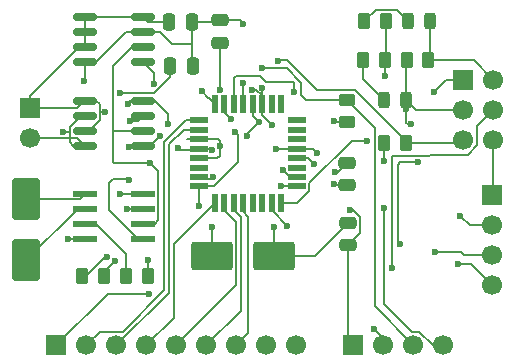
<source format=gtl>
%TF.GenerationSoftware,KiCad,Pcbnew,9.0.6*%
%TF.CreationDate,2025-12-29T02:05:30+05:30*%
%TF.ProjectId,DATA LOGGER,44415441-204c-44f4-9747-45522e6b6963,rev?*%
%TF.SameCoordinates,Original*%
%TF.FileFunction,Copper,L1,Top*%
%TF.FilePolarity,Positive*%
%FSLAX46Y46*%
G04 Gerber Fmt 4.6, Leading zero omitted, Abs format (unit mm)*
G04 Created by KiCad (PCBNEW 9.0.6) date 2025-12-29 02:05:30*
%MOMM*%
%LPD*%
G01*
G04 APERTURE LIST*
G04 Aperture macros list*
%AMRoundRect*
0 Rectangle with rounded corners*
0 $1 Rounding radius*
0 $2 $3 $4 $5 $6 $7 $8 $9 X,Y pos of 4 corners*
0 Add a 4 corners polygon primitive as box body*
4,1,4,$2,$3,$4,$5,$6,$7,$8,$9,$2,$3,0*
0 Add four circle primitives for the rounded corners*
1,1,$1+$1,$2,$3*
1,1,$1+$1,$4,$5*
1,1,$1+$1,$6,$7*
1,1,$1+$1,$8,$9*
0 Add four rect primitives between the rounded corners*
20,1,$1+$1,$2,$3,$4,$5,0*
20,1,$1+$1,$4,$5,$6,$7,0*
20,1,$1+$1,$6,$7,$8,$9,0*
20,1,$1+$1,$8,$9,$2,$3,0*%
G04 Aperture macros list end*
%TA.AperFunction,SMDPad,CuDef*%
%ADD10RoundRect,0.250000X-0.250000X-0.475000X0.250000X-0.475000X0.250000X0.475000X-0.250000X0.475000X0*%
%TD*%
%TA.AperFunction,SMDPad,CuDef*%
%ADD11RoundRect,0.243750X-0.243750X-0.456250X0.243750X-0.456250X0.243750X0.456250X-0.243750X0.456250X0*%
%TD*%
%TA.AperFunction,SMDPad,CuDef*%
%ADD12RoundRect,0.250001X-1.499999X-0.949999X1.499999X-0.949999X1.499999X0.949999X-1.499999X0.949999X0*%
%TD*%
%TA.AperFunction,SMDPad,CuDef*%
%ADD13RoundRect,0.250001X0.949999X-1.499999X0.949999X1.499999X-0.949999X1.499999X-0.949999X-1.499999X0*%
%TD*%
%TA.AperFunction,SMDPad,CuDef*%
%ADD14RoundRect,0.068750X-0.666250X-0.206250X0.666250X-0.206250X0.666250X0.206250X-0.666250X0.206250X0*%
%TD*%
%TA.AperFunction,SMDPad,CuDef*%
%ADD15RoundRect,0.068750X-0.206250X-0.666250X0.206250X-0.666250X0.206250X0.666250X-0.206250X0.666250X0*%
%TD*%
%TA.AperFunction,SMDPad,CuDef*%
%ADD16RoundRect,0.150000X-0.825000X-0.150000X0.825000X-0.150000X0.825000X0.150000X-0.825000X0.150000X0*%
%TD*%
%TA.AperFunction,SMDPad,CuDef*%
%ADD17RoundRect,0.073750X-0.911250X-0.221250X0.911250X-0.221250X0.911250X0.221250X-0.911250X0.221250X0*%
%TD*%
%TA.AperFunction,SMDPad,CuDef*%
%ADD18RoundRect,0.250000X-0.262500X-0.450000X0.262500X-0.450000X0.262500X0.450000X-0.262500X0.450000X0*%
%TD*%
%TA.AperFunction,SMDPad,CuDef*%
%ADD19RoundRect,0.250000X0.262500X0.450000X-0.262500X0.450000X-0.262500X-0.450000X0.262500X-0.450000X0*%
%TD*%
%TA.AperFunction,SMDPad,CuDef*%
%ADD20RoundRect,0.250000X0.450000X-0.262500X0.450000X0.262500X-0.450000X0.262500X-0.450000X-0.262500X0*%
%TD*%
%TA.AperFunction,ComponentPad*%
%ADD21C,1.700000*%
%TD*%
%TA.AperFunction,ComponentPad*%
%ADD22R,1.700000X1.700000*%
%TD*%
%TA.AperFunction,SMDPad,CuDef*%
%ADD23RoundRect,0.250000X-0.475000X0.250000X-0.475000X-0.250000X0.475000X-0.250000X0.475000X0.250000X0*%
%TD*%
%TA.AperFunction,SMDPad,CuDef*%
%ADD24RoundRect,0.250000X0.475000X-0.250000X0.475000X0.250000X-0.475000X0.250000X-0.475000X-0.250000X0*%
%TD*%
%TA.AperFunction,ViaPad*%
%ADD25C,0.600000*%
%TD*%
%TA.AperFunction,Conductor*%
%ADD26C,0.200000*%
%TD*%
G04 APERTURE END LIST*
D10*
%TO.P,C1,2*%
%TO.N,GND*%
X69290000Y-65760000D03*
%TO.P,C1,1*%
%TO.N,Net-(U2-VCC)*%
X67390000Y-65760000D03*
%TD*%
D11*
%TO.P,D1,2,A*%
%TO.N,/SCK*%
X87382500Y-68635000D03*
%TO.P,D1,1,K*%
%TO.N,Net-(D1-K)*%
X85507500Y-68635000D03*
%TD*%
D12*
%TO.P,Y2,1,1*%
%TO.N,Net-(U4-PB7)*%
X70950000Y-81875000D03*
%TO.P,Y2,2,2*%
%TO.N,Net-(U4-PB6)*%
X76150000Y-81875000D03*
%TD*%
D13*
%TO.P,Y1,1,1*%
%TO.N,Net-(U2-X2)*%
X55225000Y-82175000D03*
%TO.P,Y1,2,2*%
%TO.N,Net-(U2-X1)*%
X55225000Y-76975000D03*
%TD*%
D14*
%TO.P,U4,24,PC1*%
%TO.N,unconnected-(U4-PC1-Pad24)*%
X78145000Y-70355000D03*
%TO.P,U4,23,PC0*%
%TO.N,unconnected-(U4-PC0-Pad23)*%
X78145000Y-71155000D03*
%TO.P,U4,22,ADC7*%
%TO.N,unconnected-(U4-ADC7-Pad22)*%
X78145000Y-71955000D03*
%TO.P,U4,21,GND*%
%TO.N,GND*%
X78145000Y-72755000D03*
%TO.P,U4,20,AREF*%
%TO.N,Net-(U4-AREF)*%
X78145000Y-73555000D03*
%TO.P,U4,19,ADC6*%
%TO.N,unconnected-(U4-ADC6-Pad19)*%
X78145000Y-74355000D03*
%TO.P,U4,18,AVCC*%
%TO.N,/Vcc*%
X78145000Y-75155000D03*
%TO.P,U4,17,PB5*%
%TO.N,/SCK*%
X78145000Y-75955000D03*
%TO.P,U4,8,PB7*%
%TO.N,Net-(U4-PB7)*%
X69805000Y-75955000D03*
%TO.P,U4,7,PB6*%
%TO.N,Net-(U4-PB6)*%
X69805000Y-75155000D03*
%TO.P,U4,6,VCC*%
%TO.N,unconnected-(U4-VCC-Pad6)*%
X69805000Y-74355000D03*
%TO.P,U4,5,GND*%
%TO.N,GND*%
X69805000Y-73555000D03*
%TO.P,U4,4,VCC*%
%TO.N,/Vcc*%
X69805000Y-72755000D03*
%TO.P,U4,3,GND*%
%TO.N,GND*%
X69805000Y-71955000D03*
%TO.P,U4,2,PD4*%
%TO.N,/D4*%
X69805000Y-71155000D03*
%TO.P,U4,1,PD3*%
%TO.N,/D3*%
X69805000Y-70355000D03*
D15*
%TO.P,U4,32,PD2*%
%TO.N,/D2*%
X71175000Y-68985000D03*
%TO.P,U4,31,PD1*%
%TO.N,/TX*%
X71975000Y-68985000D03*
%TO.P,U4,30,PD0*%
%TO.N,/RX*%
X72775000Y-68985000D03*
%TO.P,U4,29,PC6/~{RESET}*%
%TO.N,/RESET*%
X73575000Y-68985000D03*
%TO.P,U4,28,PC5*%
%TO.N,/SCL*%
X74375000Y-68985000D03*
%TO.P,U4,27,PC4*%
%TO.N,/SDA*%
X75175000Y-68985000D03*
%TO.P,U4,26,PC3*%
%TO.N,unconnected-(U4-PC3-Pad26)*%
X75975000Y-68985000D03*
%TO.P,U4,25,PC2*%
%TO.N,unconnected-(U4-PC2-Pad25)*%
X76775000Y-68985000D03*
%TO.P,U4,16,PB4*%
%TO.N,/MISO*%
X76775000Y-77325000D03*
%TO.P,U4,15,PB3*%
%TO.N,/MOSI*%
X75975000Y-77325000D03*
%TO.P,U4,14,PB2*%
%TO.N,unconnected-(U4-PB2-Pad14)*%
X75175000Y-77325000D03*
%TO.P,U4,13,PB1*%
%TO.N,unconnected-(U4-PB1-Pad13)*%
X74375000Y-77325000D03*
%TO.P,U4,12,PB0*%
%TO.N,/D8*%
X73575000Y-77325000D03*
%TO.P,U4,11,PD7*%
%TO.N,/D7*%
X72775000Y-77325000D03*
%TO.P,U4,10,PD6*%
%TO.N,/D6*%
X71975000Y-77325000D03*
%TO.P,U4,9,PD5*%
%TO.N,/D5*%
X71175000Y-77325000D03*
%TD*%
D16*
%TO.P,U3,1,A0*%
%TO.N,/Vcc*%
X60170000Y-68695000D03*
%TO.P,U3,2,A1*%
%TO.N,GND*%
X60170000Y-69965000D03*
%TO.P,U3,3,A2*%
%TO.N,/Vcc*%
X60170000Y-71235000D03*
%TO.P,U3,4,GND*%
%TO.N,GND*%
X60170000Y-72505000D03*
%TO.P,U3,5,SDA*%
%TO.N,/SDA*%
X65120000Y-72505000D03*
%TO.P,U3,6,SCL*%
%TO.N,/SCL*%
X65120000Y-71235000D03*
%TO.P,U3,7,WP*%
%TO.N,GND*%
X65120000Y-69965000D03*
%TO.P,U3,8,VCC*%
%TO.N,/Vcc*%
X65120000Y-68695000D03*
%TD*%
D17*
%TO.P,U2,1,X1*%
%TO.N,Net-(U2-X1)*%
X60160000Y-76575000D03*
%TO.P,U2,2,X2*%
%TO.N,Net-(U2-X2)*%
X60160000Y-77845000D03*
%TO.P,U2,3,~{INTA}*%
%TO.N,Net-(U2-~{INTA})*%
X60160000Y-79115000D03*
%TO.P,U2,4,GND*%
%TO.N,GND*%
X60160000Y-80385000D03*
%TO.P,U2,5,SDA*%
%TO.N,/SDA*%
X65110000Y-80385000D03*
%TO.P,U2,6,SCL*%
%TO.N,/SCL*%
X65110000Y-79115000D03*
%TO.P,U2,7,SQW/~INT*%
%TO.N,Net-(U2-SQW{slash}~INT)*%
X65110000Y-77845000D03*
%TO.P,U2,8,VCC*%
%TO.N,Net-(U2-VCC)*%
X65110000Y-76575000D03*
%TD*%
D16*
%TO.P,U1,1,A0*%
%TO.N,/Vcc*%
X60155000Y-61620000D03*
%TO.P,U1,2,A1*%
X60155000Y-62890000D03*
%TO.P,U1,3,A2*%
X60155000Y-64160000D03*
%TO.P,U1,4,GND*%
%TO.N,GND*%
X60155000Y-65430000D03*
%TO.P,U1,5,SDA*%
%TO.N,/SDA*%
X65105000Y-65430000D03*
%TO.P,U1,6,SCL*%
%TO.N,/SCL*%
X65105000Y-64160000D03*
%TO.P,U1,7,WP*%
%TO.N,GND*%
X65105000Y-62890000D03*
%TO.P,U1,8,VCC*%
%TO.N,/Vcc*%
X65105000Y-61620000D03*
%TD*%
D18*
%TO.P,R7,1*%
%TO.N,Net-(D2-K)*%
X83820000Y-61985000D03*
%TO.P,R7,2*%
%TO.N,GND*%
X85645000Y-61985000D03*
%TD*%
%TO.P,R6,1*%
%TO.N,/Vcc*%
X85507500Y-72260000D03*
%TO.P,R6,2*%
%TO.N,/RESET*%
X87332500Y-72260000D03*
%TD*%
D19*
%TO.P,R5,1*%
%TO.N,GND*%
X85557500Y-65285000D03*
%TO.P,R5,2*%
%TO.N,Net-(D1-K)*%
X83732500Y-65285000D03*
%TD*%
D20*
%TO.P,R4,1*%
%TO.N,/Vcc*%
X82325000Y-70462500D03*
%TO.P,R4,2*%
%TO.N,/SDA*%
X82325000Y-68637500D03*
%TD*%
D19*
%TO.P,R3,1*%
%TO.N,/Vcc*%
X89257500Y-65260000D03*
%TO.P,R3,2*%
%TO.N,/SCK*%
X87432500Y-65260000D03*
%TD*%
D18*
%TO.P,R2,1*%
%TO.N,Net-(U2-VCC)*%
X59927500Y-83570000D03*
%TO.P,R2,2*%
%TO.N,Net-(U2-SQW{slash}~INT)*%
X61752500Y-83570000D03*
%TD*%
D19*
%TO.P,R1,1*%
%TO.N,/Vcc*%
X65515000Y-83570000D03*
%TO.P,R1,2*%
%TO.N,Net-(U2-~{INTA})*%
X63690000Y-83570000D03*
%TD*%
D21*
%TO.P,J4,6,Pin_6*%
%TO.N,GND*%
X94750000Y-72005000D03*
%TO.P,J4,5,Pin_5*%
%TO.N,/RESET*%
X92210000Y-72005000D03*
%TO.P,J4,4,Pin_4*%
%TO.N,/MOSI*%
X94750000Y-69465000D03*
%TO.P,J4,3,Pin_3*%
%TO.N,/SCK*%
X92210000Y-69465000D03*
%TO.P,J4,2,Pin_2*%
%TO.N,/Vcc*%
X94750000Y-66925000D03*
D22*
%TO.P,J4,1,Pin_1*%
%TO.N,/MISO*%
X92210000Y-66925000D03*
%TD*%
D21*
%TO.P,J3,4,Pin_4*%
%TO.N,/TX*%
X94600000Y-84315000D03*
%TO.P,J3,3,Pin_3*%
%TO.N,/RX*%
X94600000Y-81775000D03*
%TO.P,J3,2,Pin_2*%
%TO.N,/Vcc*%
X94600000Y-79235000D03*
D22*
%TO.P,J3,1,Pin_1*%
%TO.N,GND*%
X94600000Y-76695000D03*
%TD*%
D21*
%TO.P,J2,9,Pin_9*%
%TO.N,/Vcc*%
X78085000Y-89400000D03*
%TO.P,J2,8,Pin_8*%
%TO.N,GND*%
X75545000Y-89400000D03*
%TO.P,J2,7,Pin_7*%
%TO.N,/D8*%
X73005000Y-89400000D03*
%TO.P,J2,6,Pin_6*%
%TO.N,/D7*%
X70465000Y-89400000D03*
%TO.P,J2,5,Pin_5*%
%TO.N,/D6*%
X67925000Y-89400000D03*
%TO.P,J2,4,Pin_4*%
%TO.N,/D5*%
X65385000Y-89400000D03*
%TO.P,J2,3,Pin_3*%
%TO.N,/D4*%
X62845000Y-89400000D03*
%TO.P,J2,2,Pin_2*%
%TO.N,/D3*%
X60305000Y-89400000D03*
D22*
%TO.P,J2,1,Pin_1*%
%TO.N,/D2*%
X57765000Y-89400000D03*
%TD*%
D21*
%TO.P,J1,4,Pin_4*%
%TO.N,/SCL*%
X90531000Y-89400000D03*
%TO.P,J1,3,Pin_3*%
%TO.N,/SDA*%
X87991000Y-89400000D03*
%TO.P,J1,2,Pin_2*%
%TO.N,/Vcc*%
X85451000Y-89400000D03*
D22*
%TO.P,J1,1,Pin_1*%
%TO.N,GND*%
X82911000Y-89400000D03*
%TD*%
D11*
%TO.P,D2,1,K*%
%TO.N,Net-(D2-K)*%
X87557500Y-61985000D03*
%TO.P,D2,2,A*%
%TO.N,/Vcc*%
X89432500Y-61985000D03*
%TD*%
D10*
%TO.P,C5,1*%
%TO.N,/Vcc*%
X67315000Y-62060000D03*
%TO.P,C5,2*%
%TO.N,GND*%
X69215000Y-62060000D03*
%TD*%
D23*
%TO.P,C4,2*%
%TO.N,Net-(U4-PB7)*%
X71600000Y-63800000D03*
%TO.P,C4,1*%
%TO.N,GND*%
X71600000Y-61900000D03*
%TD*%
D24*
%TO.P,C3,1*%
%TO.N,GND*%
X82450000Y-80950000D03*
%TO.P,C3,2*%
%TO.N,Net-(U4-PB6)*%
X82450000Y-79050000D03*
%TD*%
D23*
%TO.P,C2,1*%
%TO.N,GND*%
X82387500Y-73950000D03*
%TO.P,C2,2*%
%TO.N,Net-(U4-AREF)*%
X82387500Y-75850000D03*
%TD*%
D22*
%TO.P,BT1,1,+*%
%TO.N,/Vcc*%
X55550000Y-69325000D03*
D21*
%TO.P,BT1,2,-*%
%TO.N,GND*%
X55550000Y-71865000D03*
%TD*%
D25*
%TO.N,/SCK*%
X87774265Y-70704265D03*
X88390000Y-73920000D03*
X86810000Y-80845000D03*
X76780000Y-75940000D03*
%TO.N,/SDA*%
X74340000Y-67750000D03*
X76040000Y-70740000D03*
%TO.N,/SCK*%
X87378235Y-69403235D03*
%TO.N,/Vcc*%
X65540000Y-82140000D03*
X84660000Y-88020000D03*
%TO.N,GND*%
X82590000Y-77930000D03*
%TO.N,/Vcc*%
X76910091Y-74577611D03*
X70900000Y-72900000D03*
X91970000Y-78460000D03*
X85500000Y-73760000D03*
X81224265Y-70415735D03*
%TO.N,/RESET*%
X76490000Y-65350000D03*
X73570000Y-67180000D03*
%TO.N,GND*%
X73600000Y-62200000D03*
X60130000Y-66990000D03*
X71600000Y-72510000D03*
X76360000Y-72750000D03*
X79830000Y-73100000D03*
X81360000Y-74760000D03*
X85590000Y-66580000D03*
%TO.N,/D2*%
X70090000Y-67910000D03*
X65640000Y-85020000D03*
%TO.N,GND*%
X58700000Y-80380000D03*
X58340000Y-71360000D03*
X64000000Y-70420000D03*
%TO.N,/Vcc*%
X63810000Y-68990000D03*
X61880000Y-69610000D03*
%TO.N,Net-(U2-VCC)*%
X63160000Y-68080000D03*
%TO.N,Net-(U4-PB7)*%
X72870000Y-71310000D03*
X71590602Y-67777437D03*
%TO.N,/SDA*%
X65990000Y-67240000D03*
X66532677Y-71668795D03*
X63930000Y-72640000D03*
X63920000Y-75420000D03*
%TO.N,/SCL*%
X73870000Y-71640000D03*
X65650000Y-73940000D03*
%TO.N,/Vcc*%
X68085000Y-72715000D03*
X67240000Y-70680000D03*
%TO.N,Net-(U2-SQW{slash}~INT)*%
X63720000Y-77880000D03*
X62760000Y-82230000D03*
%TO.N,Net-(U2-VCC)*%
X63160000Y-76575000D03*
X62033630Y-81894752D03*
%TO.N,Net-(U4-AREF)*%
X79555000Y-74065000D03*
X81230000Y-75710000D03*
%TO.N,/SDA*%
X75175000Y-67630000D03*
X75180000Y-65950000D03*
%TO.N,/MOSI*%
X77320000Y-79310000D03*
X86210000Y-82830000D03*
%TO.N,/MISO*%
X84094000Y-72070000D03*
X89700000Y-67930000D03*
%TO.N,/SCL*%
X74900000Y-70520000D03*
X85460000Y-77760000D03*
%TO.N,/RX*%
X77897660Y-67949000D03*
X89804265Y-81505735D03*
%TO.N,/TX*%
X72558315Y-70219987D03*
X91720000Y-82560000D03*
%TO.N,Net-(U4-PB7)*%
X69830000Y-77590000D03*
X70960000Y-79390000D03*
%TO.N,Net-(U4-PB6)*%
X71020000Y-75180000D03*
X76160000Y-79400000D03*
%TD*%
D26*
%TO.N,/RESET*%
X87332500Y-72146340D02*
X87332500Y-72260000D01*
X83010160Y-67824000D02*
X87332500Y-72146340D01*
X79794000Y-67824000D02*
X83010160Y-67824000D01*
X77250000Y-65280000D02*
X79794000Y-67824000D01*
X76560000Y-65280000D02*
X77250000Y-65280000D01*
X76490000Y-65350000D02*
X76560000Y-65280000D01*
%TO.N,/SDA*%
X78498660Y-68218660D02*
X78917500Y-68637500D01*
X78498660Y-67186240D02*
X78498660Y-68218660D01*
X77262420Y-65950000D02*
X78498660Y-67186240D01*
X78917500Y-68637500D02*
X82325000Y-68637500D01*
X75180000Y-65950000D02*
X77262420Y-65950000D01*
%TO.N,/RX*%
X72775000Y-66795000D02*
X72775000Y-68985000D01*
X73000000Y-66570000D02*
X72775000Y-66795000D01*
X77855320Y-67110000D02*
X75504943Y-67110000D01*
X75504943Y-67110000D02*
X74964943Y-66570000D01*
X77897660Y-67152340D02*
X77855320Y-67110000D01*
X77897660Y-67949000D02*
X77897660Y-67152340D01*
X74964943Y-66570000D02*
X73000000Y-66570000D01*
%TO.N,/SDA*%
X75175000Y-67630000D02*
X75175000Y-68985000D01*
%TO.N,/RX*%
X92245000Y-81775000D02*
X94600000Y-81775000D01*
X91975735Y-81505735D02*
X92245000Y-81775000D01*
X89804265Y-81505735D02*
X91975735Y-81505735D01*
%TO.N,Net-(U4-PB7)*%
X71094943Y-75955000D02*
X69805000Y-75955000D01*
X73130000Y-73919943D02*
X71094943Y-75955000D01*
X73130000Y-73480000D02*
X73130000Y-73919943D01*
X73120000Y-73470000D02*
X73130000Y-73480000D01*
X73120000Y-71560000D02*
X73120000Y-73470000D01*
X72870000Y-71310000D02*
X73120000Y-71560000D01*
%TO.N,/TX*%
X72050000Y-69060000D02*
X71975000Y-68985000D01*
X72050000Y-69711672D02*
X72050000Y-69060000D01*
X72558315Y-70219987D02*
X72050000Y-69711672D01*
%TO.N,/SCL*%
X85460000Y-85870000D02*
X85460000Y-77760000D01*
X87839000Y-88249000D02*
X85460000Y-85870000D01*
X88467760Y-88249000D02*
X87839000Y-88249000D01*
X89618760Y-89400000D02*
X88467760Y-88249000D01*
X90531000Y-89400000D02*
X89618760Y-89400000D01*
%TO.N,/SCK*%
X87378235Y-69403235D02*
X87382500Y-69398970D01*
X87382500Y-69398970D02*
X87382500Y-68635000D01*
X87534265Y-70704265D02*
X87774265Y-70704265D01*
X87378235Y-70548235D02*
X87534265Y-70704265D01*
X87378235Y-69403235D02*
X87378235Y-70548235D01*
X86700000Y-80735000D02*
X86810000Y-80845000D01*
X86700000Y-74100000D02*
X86700000Y-80735000D01*
X88390000Y-73920000D02*
X86880000Y-73920000D01*
X86880000Y-73920000D02*
X86700000Y-74100000D01*
X76795000Y-75955000D02*
X76780000Y-75940000D01*
X78145000Y-75955000D02*
X76795000Y-75955000D01*
%TO.N,/SDA*%
X75175000Y-68250000D02*
X75175000Y-68985000D01*
X74675000Y-67750000D02*
X75175000Y-68250000D01*
X74340000Y-67750000D02*
X74675000Y-67750000D01*
%TO.N,Net-(U4-PB7)*%
X71600000Y-67768039D02*
X71590602Y-67777437D01*
X71600000Y-63800000D02*
X71600000Y-67768039D01*
%TO.N,/SDA*%
X75175000Y-69875000D02*
X76040000Y-70740000D01*
X75175000Y-68985000D02*
X75175000Y-69875000D01*
%TO.N,/Vcc*%
X65515000Y-82165000D02*
X65540000Y-82140000D01*
X65515000Y-83570000D02*
X65515000Y-82165000D01*
X85451000Y-88811000D02*
X84660000Y-88020000D01*
X85451000Y-89400000D02*
X85451000Y-88811000D01*
%TO.N,GND*%
X82841160Y-77930000D02*
X82590000Y-77930000D01*
X83476000Y-78564840D02*
X82841160Y-77930000D01*
X83476000Y-79924000D02*
X83476000Y-78564840D01*
X82450000Y-80950000D02*
X83476000Y-79924000D01*
%TO.N,/Vcc*%
X78145000Y-75155000D02*
X77535000Y-75155000D01*
X77535000Y-75155000D02*
X76957611Y-74577611D01*
X76957611Y-74577611D02*
X76910091Y-74577611D01*
X70755000Y-72755000D02*
X70900000Y-72900000D01*
X69805000Y-72755000D02*
X70755000Y-72755000D01*
%TO.N,GND*%
X71435000Y-71955000D02*
X69805000Y-71955000D01*
X71600000Y-72510000D02*
X71600000Y-72120000D01*
X71600000Y-72120000D02*
X71435000Y-71955000D01*
X71395000Y-73555000D02*
X69805000Y-73555000D01*
X71600000Y-73350000D02*
X71395000Y-73555000D01*
X71600000Y-72510000D02*
X71600000Y-73350000D01*
%TO.N,/Vcc*%
X81224265Y-70415735D02*
X81271030Y-70462500D01*
X81271030Y-70462500D02*
X82325000Y-70462500D01*
X92745000Y-79235000D02*
X91970000Y-78460000D01*
X94600000Y-79235000D02*
X92745000Y-79235000D01*
X85507500Y-73752500D02*
X85500000Y-73760000D01*
X85507500Y-72260000D02*
X85507500Y-73752500D01*
%TO.N,/RESET*%
X73575000Y-67185000D02*
X73570000Y-67180000D01*
X73575000Y-68985000D02*
X73575000Y-67185000D01*
%TO.N,GND*%
X66510000Y-62890000D02*
X67550000Y-63930000D01*
X65105000Y-62890000D02*
X66510000Y-62890000D01*
X67550000Y-63930000D02*
X69215000Y-63930000D01*
X68795000Y-71955000D02*
X68780000Y-71970000D01*
X69805000Y-71955000D02*
X68795000Y-71955000D01*
%TO.N,/Vcc*%
X68200000Y-72830000D02*
X69730000Y-72830000D01*
X69730000Y-72830000D02*
X69805000Y-72755000D01*
X68085000Y-72715000D02*
X68200000Y-72830000D01*
%TO.N,/D4*%
X67281000Y-84964000D02*
X62845000Y-89400000D01*
X68525000Y-71155000D02*
X67281000Y-72399000D01*
X67281000Y-72399000D02*
X67281000Y-84964000D01*
X69805000Y-71155000D02*
X68525000Y-71155000D01*
%TO.N,/D3*%
X61456000Y-88249000D02*
X60305000Y-89400000D01*
X66880000Y-72170000D02*
X66880000Y-84730000D01*
X68695000Y-70355000D02*
X66880000Y-72170000D01*
X63361000Y-88249000D02*
X61456000Y-88249000D01*
X69805000Y-70355000D02*
X68695000Y-70355000D01*
X66880000Y-84730000D02*
X63361000Y-88249000D01*
%TO.N,GND*%
X73300000Y-61900000D02*
X73600000Y-62200000D01*
X71600000Y-61900000D02*
X73300000Y-61900000D01*
X63669999Y-62890000D02*
X65105000Y-62890000D01*
X61129999Y-65430000D02*
X63669999Y-62890000D01*
X60155000Y-65430000D02*
X61129999Y-65430000D01*
X60155000Y-66965000D02*
X60130000Y-66990000D01*
X60155000Y-65430000D02*
X60155000Y-66965000D01*
X76365000Y-72755000D02*
X76360000Y-72750000D01*
X78145000Y-72755000D02*
X76365000Y-72755000D01*
X79485000Y-72755000D02*
X78145000Y-72755000D01*
X79830000Y-73100000D02*
X79485000Y-72755000D01*
X81577500Y-74760000D02*
X81360000Y-74760000D01*
X82387500Y-73950000D02*
X81577500Y-74760000D01*
%TO.N,/MISO*%
X78172312Y-77325000D02*
X76775000Y-77325000D01*
X79181000Y-76316312D02*
X78172312Y-77325000D01*
X79181000Y-75645340D02*
X79181000Y-76316312D01*
X82756340Y-72070000D02*
X79181000Y-75645340D01*
X84094000Y-72070000D02*
X82756340Y-72070000D01*
%TO.N,Net-(U4-AREF)*%
X79045000Y-73555000D02*
X78145000Y-73555000D01*
X79555000Y-74065000D02*
X79045000Y-73555000D01*
%TO.N,GND*%
X85557500Y-66547500D02*
X85590000Y-66580000D01*
X85557500Y-65285000D02*
X85557500Y-66547500D01*
X94750000Y-72005000D02*
X94750000Y-76545000D01*
X94750000Y-76545000D02*
X94600000Y-76695000D01*
%TO.N,/D2*%
X70640000Y-68450000D02*
X71175000Y-68985000D01*
X70630000Y-68450000D02*
X70640000Y-68450000D01*
X70090000Y-67910000D02*
X70630000Y-68450000D01*
X62145000Y-85020000D02*
X65640000Y-85020000D01*
X57765000Y-89400000D02*
X62145000Y-85020000D01*
%TO.N,GND*%
X58705000Y-80385000D02*
X58700000Y-80380000D01*
X60160000Y-80385000D02*
X58705000Y-80385000D01*
X58894000Y-71350000D02*
X58350000Y-71350000D01*
X58894000Y-71350000D02*
X58894000Y-72203999D01*
X58350000Y-71350000D02*
X58340000Y-71360000D01*
X64665000Y-70420000D02*
X64000000Y-70420000D01*
X65120000Y-69965000D02*
X64665000Y-70420000D01*
%TO.N,/Vcc*%
X63810000Y-68820000D02*
X63810000Y-68990000D01*
X63935000Y-68695000D02*
X63810000Y-68820000D01*
X65120000Y-68695000D02*
X63935000Y-68695000D01*
X61446000Y-69610000D02*
X61880000Y-69610000D01*
X61446000Y-69610000D02*
X61446000Y-68996001D01*
X60155000Y-61620000D02*
X65105000Y-61620000D01*
X59665000Y-64160000D02*
X60155000Y-64160000D01*
X55550000Y-68275000D02*
X59665000Y-64160000D01*
X55550000Y-69325000D02*
X55550000Y-68275000D01*
%TO.N,GND*%
X69215000Y-65685000D02*
X69290000Y-65760000D01*
X69215000Y-62060000D02*
X69215000Y-65685000D01*
X71440000Y-62060000D02*
X71600000Y-61900000D01*
X69215000Y-62060000D02*
X71440000Y-62060000D01*
%TO.N,/Vcc*%
X65545000Y-62060000D02*
X65105000Y-61620000D01*
X67315000Y-62060000D02*
X65545000Y-62060000D01*
X60155000Y-64160000D02*
X60155000Y-62890000D01*
X60155000Y-61620000D02*
X60155000Y-62890000D01*
%TO.N,Net-(U2-VCC)*%
X60240000Y-83570000D02*
X59927500Y-83570000D01*
X61915248Y-81894752D02*
X60240000Y-83570000D01*
X62033630Y-81894752D02*
X61915248Y-81894752D01*
%TO.N,Net-(U2-SQW{slash}~INT)*%
X63720000Y-77880000D02*
X63755000Y-77845000D01*
X63755000Y-77845000D02*
X65110000Y-77845000D01*
%TO.N,Net-(U2-VCC)*%
X63160000Y-76575000D02*
X65110000Y-76575000D01*
%TO.N,/SDA*%
X64655057Y-80385000D02*
X65110000Y-80385000D01*
X62249000Y-77978943D02*
X64655057Y-80385000D01*
X62249000Y-75651000D02*
X62249000Y-77978943D01*
X62580000Y-75320000D02*
X62249000Y-75651000D01*
X63820000Y-75320000D02*
X62580000Y-75320000D01*
X63820000Y-75320000D02*
X63540000Y-75320000D01*
X63920000Y-75420000D02*
X63820000Y-75320000D01*
X64985000Y-72640000D02*
X65120000Y-72505000D01*
X63930000Y-72640000D02*
X64985000Y-72640000D01*
%TO.N,Net-(U2-VCC)*%
X67390000Y-66689943D02*
X67390000Y-65760000D01*
X65999943Y-68080000D02*
X67390000Y-66689943D01*
X63160000Y-68080000D02*
X65999943Y-68080000D01*
%TO.N,Net-(U4-PB6)*%
X69990000Y-75340000D02*
X69805000Y-75155000D01*
X70860000Y-75340000D02*
X69990000Y-75340000D01*
X71020000Y-75180000D02*
X70860000Y-75340000D01*
%TO.N,/SCL*%
X64130001Y-64160000D02*
X62560000Y-65730001D01*
X65105000Y-64160000D02*
X64130001Y-64160000D01*
X62560000Y-65730001D02*
X62560000Y-71185000D01*
X62560000Y-71185000D02*
X62610000Y-71235000D01*
X62610000Y-71235000D02*
X62530000Y-71235000D01*
%TO.N,/SDA*%
X65990000Y-66315000D02*
X65105000Y-65430000D01*
X65990000Y-67240000D02*
X65990000Y-66315000D01*
X66500000Y-71650000D02*
X66518795Y-71668795D01*
X66518795Y-71668795D02*
X66532677Y-71668795D01*
X65645000Y-72505000D02*
X66500000Y-71650000D01*
X65120000Y-72505000D02*
X65645000Y-72505000D01*
%TO.N,/SCL*%
X66396000Y-78814000D02*
X66396000Y-74686000D01*
X66095000Y-79115000D02*
X66396000Y-78814000D01*
X66396000Y-74686000D02*
X65650000Y-73940000D01*
X65110000Y-79115000D02*
X66095000Y-79115000D01*
X62660000Y-73940000D02*
X65650000Y-73940000D01*
X62530000Y-71235000D02*
X62530000Y-73850000D01*
X62640000Y-73960000D02*
X62660000Y-73940000D01*
X65120000Y-71235000D02*
X62610000Y-71235000D01*
X62530000Y-73850000D02*
X62640000Y-73960000D01*
X73870000Y-71550000D02*
X74900000Y-70520000D01*
X73870000Y-71640000D02*
X73870000Y-71550000D01*
%TO.N,/Vcc*%
X67240000Y-69840001D02*
X67240000Y-70680000D01*
X66094999Y-68695000D02*
X67240000Y-69840001D01*
X65120000Y-68695000D02*
X66094999Y-68695000D01*
X61446000Y-68996001D02*
X61144999Y-68695000D01*
X61144999Y-68695000D02*
X60170000Y-68695000D01*
X61446000Y-70305968D02*
X61446000Y-69610000D01*
X60516968Y-71235000D02*
X61446000Y-70305968D01*
X60170000Y-71235000D02*
X60516968Y-71235000D01*
%TO.N,GND*%
X59195001Y-72505000D02*
X60170000Y-72505000D01*
X58894000Y-72203999D02*
X59195001Y-72505000D01*
X59823032Y-69965000D02*
X58894000Y-70894032D01*
X60170000Y-69965000D02*
X59823032Y-69965000D01*
X58894000Y-70894032D02*
X58894000Y-71350000D01*
X59530000Y-71865000D02*
X60170000Y-72505000D01*
X55550000Y-71865000D02*
X59530000Y-71865000D01*
%TO.N,/Vcc*%
X59540000Y-69325000D02*
X60170000Y-68695000D01*
X55550000Y-69325000D02*
X59540000Y-69325000D01*
%TO.N,Net-(U2-SQW{slash}~INT)*%
X61752500Y-83237500D02*
X62760000Y-82230000D01*
X61752500Y-83570000D02*
X61752500Y-83237500D01*
%TO.N,Net-(U2-~{INTA})*%
X63690000Y-81660000D02*
X63690000Y-83570000D01*
X61145000Y-79115000D02*
X63690000Y-81660000D01*
X60160000Y-79115000D02*
X61145000Y-79115000D01*
%TO.N,Net-(U2-X2)*%
X59555000Y-77845000D02*
X60160000Y-77845000D01*
X55225000Y-82175000D02*
X59555000Y-77845000D01*
%TO.N,Net-(U2-X1)*%
X59760000Y-76975000D02*
X60160000Y-76575000D01*
X55225000Y-76975000D02*
X59760000Y-76975000D01*
%TO.N,Net-(U4-AREF)*%
X81230000Y-75710000D02*
X81370000Y-75850000D01*
X81370000Y-75850000D02*
X82387500Y-75850000D01*
%TO.N,/Vcc*%
X89432500Y-65085000D02*
X89257500Y-65260000D01*
X89432500Y-61985000D02*
X89432500Y-65085000D01*
%TO.N,GND*%
X85645000Y-65197500D02*
X85557500Y-65285000D01*
X85645000Y-61985000D02*
X85645000Y-65197500D01*
%TO.N,Net-(D2-K)*%
X86556500Y-60984000D02*
X87557500Y-61985000D01*
X84821000Y-60984000D02*
X86556500Y-60984000D01*
X83820000Y-61985000D02*
X84821000Y-60984000D01*
%TO.N,Net-(D1-K)*%
X83732500Y-66860000D02*
X85507500Y-68635000D01*
X83732500Y-65285000D02*
X83732500Y-66860000D01*
%TO.N,/MOSI*%
X92581760Y-73261000D02*
X86210000Y-73350000D01*
X93361000Y-72481760D02*
X92581760Y-73261000D01*
X86210000Y-73350000D02*
X86210000Y-82830000D01*
X93361000Y-70854000D02*
X93361000Y-72481760D01*
X94750000Y-69465000D02*
X93361000Y-70854000D01*
X75975000Y-77965000D02*
X75975000Y-77325000D01*
X77320000Y-79310000D02*
X75975000Y-77965000D01*
X86210000Y-82830000D02*
X86210000Y-83020000D01*
%TO.N,/MISO*%
X90705000Y-66925000D02*
X89700000Y-67930000D01*
X92210000Y-66925000D02*
X90705000Y-66925000D01*
%TO.N,/Vcc*%
X93085000Y-65260000D02*
X94750000Y-66925000D01*
X89257500Y-65260000D02*
X93085000Y-65260000D01*
%TO.N,/SCK*%
X87382500Y-65310000D02*
X87432500Y-65260000D01*
X87382500Y-68635000D02*
X87382500Y-65310000D01*
X88212500Y-69465000D02*
X87382500Y-68635000D01*
X92210000Y-69465000D02*
X88212500Y-69465000D01*
%TO.N,/SCL*%
X74375000Y-69995000D02*
X74375000Y-68985000D01*
X74900000Y-70520000D02*
X74375000Y-69995000D01*
%TO.N,/SDA*%
X84694000Y-71006500D02*
X82325000Y-68637500D01*
X84694000Y-86103000D02*
X84694000Y-71006500D01*
X87991000Y-89400000D02*
X84694000Y-86103000D01*
%TO.N,/TX*%
X92845000Y-82560000D02*
X91720000Y-82560000D01*
X94600000Y-84315000D02*
X92845000Y-82560000D01*
%TO.N,/RESET*%
X91955000Y-72260000D02*
X92210000Y-72005000D01*
X87332500Y-72260000D02*
X91955000Y-72260000D01*
%TO.N,GND*%
X82450000Y-88939000D02*
X82911000Y-89400000D01*
X82450000Y-80950000D02*
X82450000Y-88939000D01*
%TO.N,Net-(U4-PB7)*%
X69830000Y-75980000D02*
X69805000Y-75955000D01*
X69830000Y-77590000D02*
X69830000Y-75980000D01*
X70950000Y-79400000D02*
X70960000Y-79390000D01*
X70950000Y-81875000D02*
X70950000Y-79400000D01*
%TO.N,Net-(U4-PB6)*%
X76150000Y-79410000D02*
X76160000Y-79400000D01*
X76150000Y-81875000D02*
X76150000Y-79410000D01*
X76150000Y-81875000D02*
X79625000Y-81875000D01*
X79625000Y-81875000D02*
X82450000Y-79050000D01*
%TO.N,/D8*%
X74013688Y-78498688D02*
X73575000Y-78060000D01*
X74013688Y-88391312D02*
X74013688Y-78498688D01*
X73575000Y-78060000D02*
X73575000Y-77325000D01*
X73005000Y-89400000D02*
X74013688Y-88391312D01*
%TO.N,/D7*%
X72775000Y-77922312D02*
X72775000Y-77325000D01*
X73402000Y-78549312D02*
X72775000Y-77922312D01*
X73402000Y-86463000D02*
X73402000Y-78549312D01*
X70465000Y-89400000D02*
X73402000Y-86463000D01*
%TO.N,/D6*%
X71975000Y-77922312D02*
X71975000Y-77325000D01*
X73001000Y-78948312D02*
X71975000Y-77922312D01*
X73001000Y-84324000D02*
X73001000Y-78948312D01*
X67925000Y-89400000D02*
X73001000Y-84324000D01*
%TO.N,/D5*%
X67682000Y-80818000D02*
X71175000Y-77325000D01*
X65385000Y-89400000D02*
X67682000Y-87103000D01*
X67682000Y-87103000D02*
X67682000Y-80818000D01*
%TD*%
M02*

</source>
